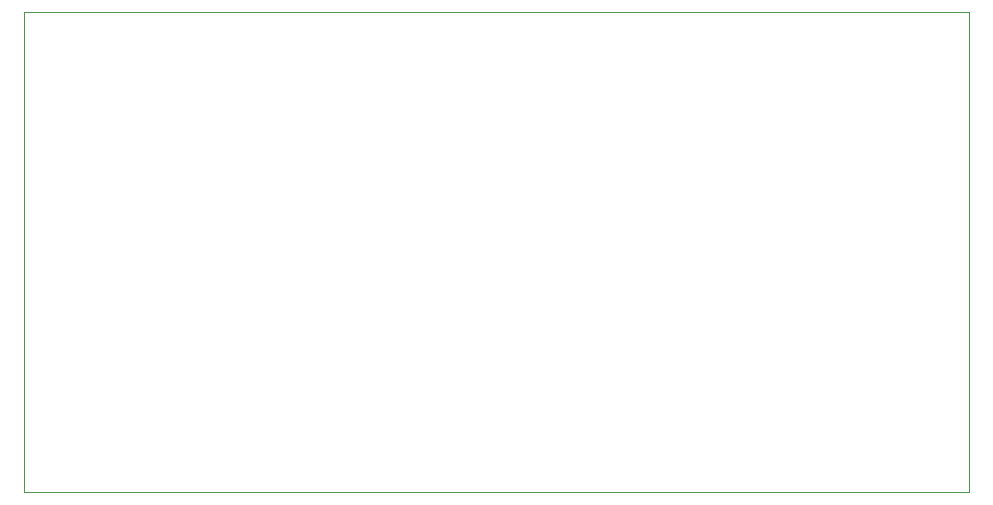
<source format=gbr>
G04 (created by PCBNEW (2013-07-07 BZR 4022)-stable) date 15/10/2017 18:41:22*
%MOIN*%
G04 Gerber Fmt 3.4, Leading zero omitted, Abs format*
%FSLAX34Y34*%
G01*
G70*
G90*
G04 APERTURE LIST*
%ADD10C,0.00590551*%
%ADD11C,0.00393701*%
G04 APERTURE END LIST*
G54D10*
G54D11*
X38500Y-29500D02*
X38500Y-13500D01*
X70000Y-29500D02*
X38500Y-29500D01*
X70000Y-13500D02*
X70000Y-29500D01*
X38500Y-13500D02*
X70000Y-13500D01*
M02*

</source>
